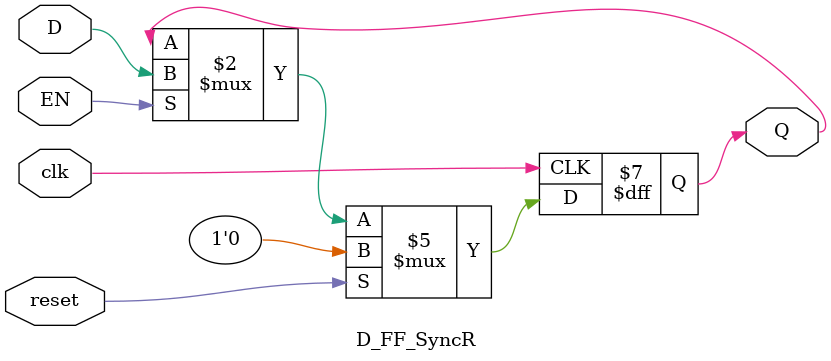
<source format=sv>
/* This module implments a DQ Flip Flop with a Enable and Synchrouns Reset */
module D_FF_SyncR( clk, reset, EN, D, Q);
input logic clk, reset, EN, D;
output logic Q;

// At Positive edge of the clock, check the reset and if it euqals '0', pass D to Q if it is enabled.
always_ff @(posedge clk)
if (reset) Q <= 0;
else if (EN) Q <= D;
endmodule

</source>
